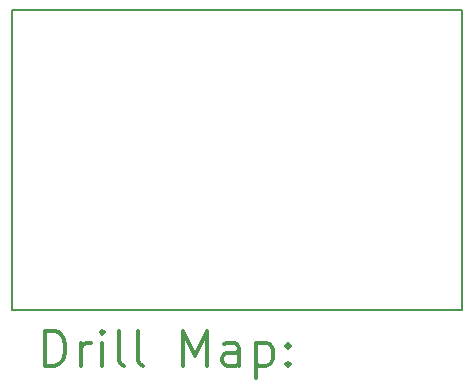
<source format=gbr>
%FSLAX45Y45*%
G04 Gerber Fmt 4.5, Leading zero omitted, Abs format (unit mm)*
G04 Created by KiCad (PCBNEW (5.0.0)) date 09/01/18 15:30:58*
%MOMM*%
%LPD*%
G01*
G04 APERTURE LIST*
%ADD10C,0.150000*%
%ADD11C,0.200000*%
%ADD12C,0.300000*%
G04 APERTURE END LIST*
D10*
X12509500Y-4508500D02*
X12509500Y-7048500D01*
X8699500Y-4508500D02*
X12509500Y-4508500D01*
X8699500Y-7048500D02*
X8699500Y-4508500D01*
X12509500Y-7048500D02*
X8699500Y-7048500D01*
D11*
D12*
X8978428Y-7521714D02*
X8978428Y-7221714D01*
X9049857Y-7221714D01*
X9092714Y-7236000D01*
X9121286Y-7264571D01*
X9135571Y-7293143D01*
X9149857Y-7350286D01*
X9149857Y-7393143D01*
X9135571Y-7450286D01*
X9121286Y-7478857D01*
X9092714Y-7507429D01*
X9049857Y-7521714D01*
X8978428Y-7521714D01*
X9278428Y-7521714D02*
X9278428Y-7321714D01*
X9278428Y-7378857D02*
X9292714Y-7350286D01*
X9307000Y-7336000D01*
X9335571Y-7321714D01*
X9364143Y-7321714D01*
X9464143Y-7521714D02*
X9464143Y-7321714D01*
X9464143Y-7221714D02*
X9449857Y-7236000D01*
X9464143Y-7250286D01*
X9478428Y-7236000D01*
X9464143Y-7221714D01*
X9464143Y-7250286D01*
X9649857Y-7521714D02*
X9621286Y-7507429D01*
X9607000Y-7478857D01*
X9607000Y-7221714D01*
X9807000Y-7521714D02*
X9778428Y-7507429D01*
X9764143Y-7478857D01*
X9764143Y-7221714D01*
X10149857Y-7521714D02*
X10149857Y-7221714D01*
X10249857Y-7436000D01*
X10349857Y-7221714D01*
X10349857Y-7521714D01*
X10621286Y-7521714D02*
X10621286Y-7364571D01*
X10607000Y-7336000D01*
X10578428Y-7321714D01*
X10521286Y-7321714D01*
X10492714Y-7336000D01*
X10621286Y-7507429D02*
X10592714Y-7521714D01*
X10521286Y-7521714D01*
X10492714Y-7507429D01*
X10478428Y-7478857D01*
X10478428Y-7450286D01*
X10492714Y-7421714D01*
X10521286Y-7407429D01*
X10592714Y-7407429D01*
X10621286Y-7393143D01*
X10764143Y-7321714D02*
X10764143Y-7621714D01*
X10764143Y-7336000D02*
X10792714Y-7321714D01*
X10849857Y-7321714D01*
X10878428Y-7336000D01*
X10892714Y-7350286D01*
X10907000Y-7378857D01*
X10907000Y-7464571D01*
X10892714Y-7493143D01*
X10878428Y-7507429D01*
X10849857Y-7521714D01*
X10792714Y-7521714D01*
X10764143Y-7507429D01*
X11035571Y-7493143D02*
X11049857Y-7507429D01*
X11035571Y-7521714D01*
X11021286Y-7507429D01*
X11035571Y-7493143D01*
X11035571Y-7521714D01*
X11035571Y-7336000D02*
X11049857Y-7350286D01*
X11035571Y-7364571D01*
X11021286Y-7350286D01*
X11035571Y-7336000D01*
X11035571Y-7364571D01*
M02*

</source>
